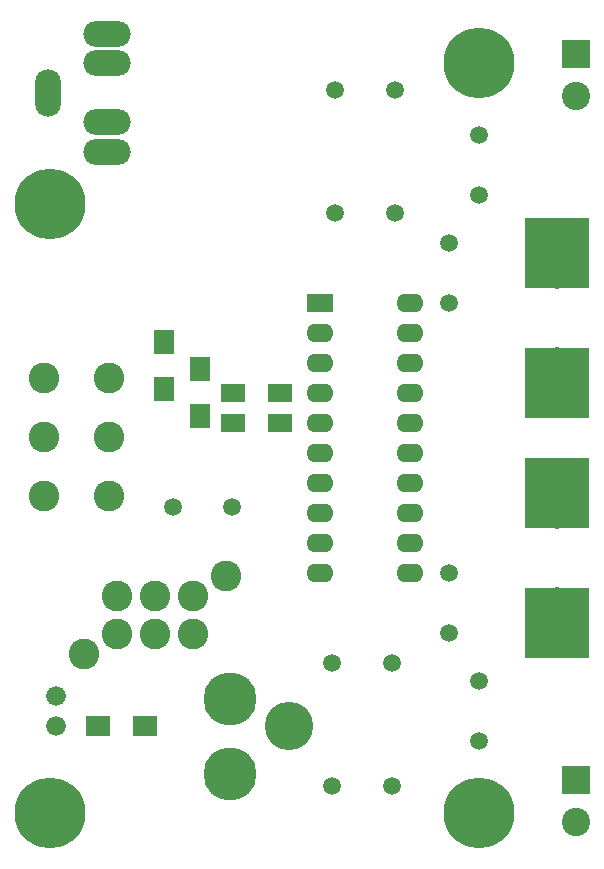
<source format=gbr>
G04 #@! TF.FileFunction,Soldermask,Top*
%FSLAX46Y46*%
G04 Gerber Fmt 4.6, Leading zero omitted, Abs format (unit mm)*
G04 Created by KiCad (PCBNEW 0.201503020946+5465~21~ubuntu14.04.1-product) date Mon 16 Mär 2015 16:05:42 CET*
%MOMM*%
G01*
G04 APERTURE LIST*
%ADD10C,0.100000*%
%ADD11C,1.676400*%
%ADD12R,2.286000X1.574800*%
%ADD13O,2.286000X1.574800*%
%ADD14R,5.400040X6.000000*%
%ADD15O,2.200000X4.000000*%
%ADD16O,4.000000X2.200000*%
%ADD17R,2.000000X1.600000*%
%ADD18C,1.501140*%
%ADD19C,2.600000*%
%ADD20R,2.000000X1.700000*%
%ADD21R,1.700000X2.000000*%
%ADD22C,2.400000*%
%ADD23R,2.400000X2.400000*%
%ADD24C,2.000000*%
%ADD25C,4.500000*%
%ADD26C,4.100000*%
%ADD27C,6.000000*%
G04 APERTURE END LIST*
D10*
D11*
X4572000Y11430000D03*
X4572000Y13970000D03*
D12*
X26924000Y47244000D03*
D13*
X26924000Y44704000D03*
X26924000Y42164000D03*
X26924000Y39624000D03*
X26924000Y37084000D03*
X26924000Y34544000D03*
X26924000Y32004000D03*
X26924000Y29464000D03*
X26924000Y26924000D03*
X26924000Y24384000D03*
X34544000Y24384000D03*
X34544000Y26924000D03*
X34544000Y29464000D03*
X34544000Y32004000D03*
X34544000Y34544000D03*
X34544000Y37084000D03*
X34544000Y39624000D03*
X34544000Y42164000D03*
X34544000Y44704000D03*
X34544000Y47244000D03*
D14*
X46990000Y51474000D03*
X46990000Y40474000D03*
X46990000Y20154000D03*
X46990000Y31154000D03*
D15*
X3890000Y65024000D03*
D16*
X8890000Y70024000D03*
X8890000Y67524000D03*
X8890000Y62524000D03*
X8890000Y60024000D03*
D17*
X23590000Y39624000D03*
X19590000Y39624000D03*
X23590000Y37084000D03*
X19590000Y37084000D03*
D18*
X33274000Y54864000D03*
X28194000Y54864000D03*
X33020000Y16764000D03*
X27940000Y16764000D03*
X33274000Y65278000D03*
X28194000Y65278000D03*
X33020000Y6350000D03*
X27940000Y6350000D03*
X37846000Y52324000D03*
X37846000Y47244000D03*
X37846000Y19304000D03*
X37846000Y24384000D03*
X40386000Y61468000D03*
X40386000Y56388000D03*
X40386000Y10160000D03*
X40386000Y15240000D03*
D19*
X12954000Y22428000D03*
X9754000Y22428000D03*
X16154000Y22428000D03*
X9754000Y19228000D03*
X12954000Y19228000D03*
X16154000Y19228000D03*
X18954000Y24128000D03*
X6954000Y17528000D03*
D20*
X12160000Y11430000D03*
X8160000Y11430000D03*
D18*
X14518640Y29972000D03*
X19517360Y29972000D03*
D21*
X13716000Y39910000D03*
X13716000Y43910000D03*
X16764000Y37624000D03*
X16764000Y41624000D03*
D19*
X9056000Y30894000D03*
X9056000Y35894000D03*
X9056000Y40894000D03*
X3556000Y35894000D03*
X3556000Y30894000D03*
X3556000Y40894000D03*
D22*
X48576000Y64798000D03*
D23*
X48576000Y68298000D03*
D22*
X48576000Y3330000D03*
D23*
X48576000Y6830000D03*
D24*
X46990000Y49474000D03*
X46990000Y42474000D03*
X46990000Y22154000D03*
X46990000Y29154000D03*
D25*
X19304000Y13730000D03*
D26*
X24304000Y11430000D03*
D25*
X19304000Y7330000D03*
D27*
X40386000Y4064000D03*
X40386000Y67564000D03*
X4064000Y4064000D03*
X4064000Y55626000D03*
M02*

</source>
